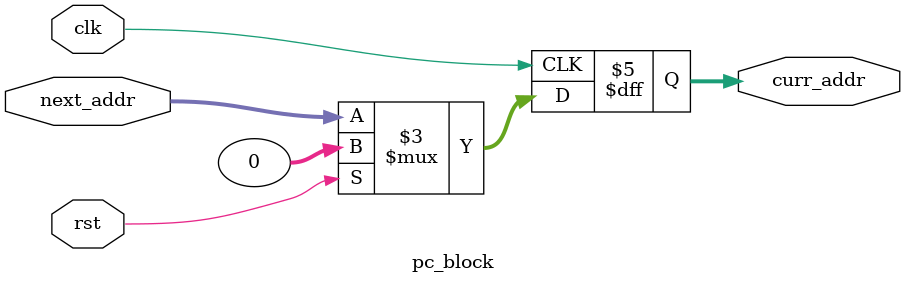
<source format=v>
`timescale 1ns / 1ps

`define REGISTER_WIDTH 32
`define PC_INIT_VAL 32'b0

module pc_block(
	//inputs
	//reset
    input rst,
    //clock
    input clk,
    //next address 
	input [(`REGISTER_WIDTH-1):0] next_addr,
	//current address
	output reg [(`REGISTER_WIDTH-1):0] curr_addr 
);

	//sequential logic
	always @(posedge clk) begin
		if (rst) begin
			curr_addr <= `PC_INIT_VAL;
		end
		
		else begin 
			curr_addr <= next_addr ;
		end
	end	 
	 
endmodule

</source>
